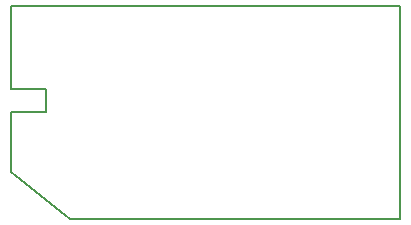
<source format=gbr>
G04 #@! TF.GenerationSoftware,KiCad,Pcbnew,(5.0.1)-4*
G04 #@! TF.CreationDate,2020-01-26T13:21:28+01:00*
G04 #@! TF.ProjectId,Vmc_card,566D635F636172642E6B696361645F70,rev?*
G04 #@! TF.SameCoordinates,PX717cbc0PY5d75c80*
G04 #@! TF.FileFunction,Profile,NP*
%FSLAX46Y46*%
G04 Gerber Fmt 4.6, Leading zero omitted, Abs format (unit mm)*
G04 Created by KiCad (PCBNEW (5.0.1)-4) date 26/01/2020 13:21:28*
%MOMM*%
%LPD*%
G01*
G04 APERTURE LIST*
%ADD10C,0.150000*%
G04 APERTURE END LIST*
D10*
X0Y11000000D02*
X3000000Y11000000D01*
X0Y18000000D02*
X0Y11000000D01*
X33000000Y18000000D02*
X0Y18000000D01*
X33000000Y0D02*
X33000000Y18000000D01*
X5000000Y0D02*
X33000000Y0D01*
X0Y4000000D02*
X5000000Y0D01*
X0Y7000000D02*
X0Y4000000D01*
X0Y9000000D02*
X0Y7000000D01*
X3000000Y9000000D02*
X0Y9000000D01*
X3000000Y11000000D02*
X3000000Y9000000D01*
M02*

</source>
